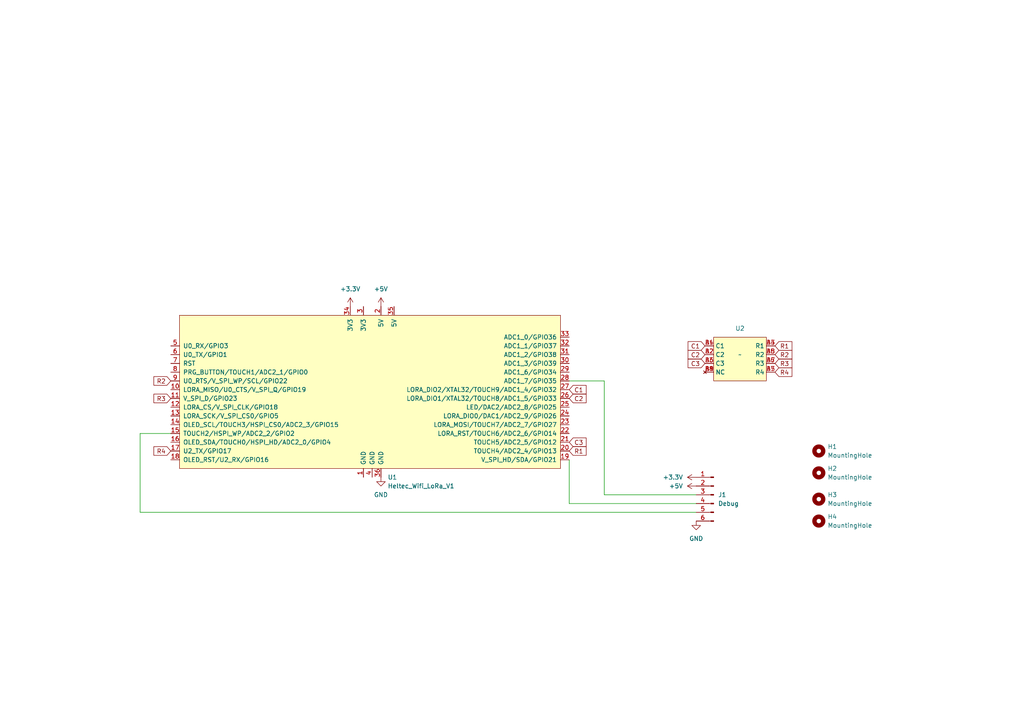
<source format=kicad_sch>
(kicad_sch (version 20230121) (generator eeschema)
  (paper "A4")
  (title_block (title "Lora Keypad") (date "2023-08-30") (rev "v1"))
  (lib_symbols
    (symbol "Connector:Conn_01x06_Pin" (pin_names (offset 1.016) hide)
      (property "Reference" "J" (at 0 7.62 0))
      (property "Value" "Conn_01x06_Pin" (at 0 -10.16 0))
      (symbol "Conn_01x06_Pin_1_1"
        (polyline (pts (xy 1.27 -7.62) (xy 0.8636 -7.62)) (stroke (width 0.1524)))
        (polyline (pts (xy 1.27 -5.08) (xy 0.8636 -5.08)) (stroke (width 0.1524)))
        (polyline (pts (xy 1.27 -2.54) (xy 0.8636 -2.54)) (stroke (width 0.1524)))
        (polyline (pts (xy 1.27 0) (xy 0.8636 0)) (stroke (width 0.1524)))
        (polyline (pts (xy 1.27 2.54) (xy 0.8636 2.54)) (stroke (width 0.1524)))
        (polyline (pts (xy 1.27 5.08) (xy 0.8636 5.08)) (stroke (width 0.1524)))
        (rectangle (start 0.8636 -7.493) (end 0 -7.747) (stroke (width 0.1524)) (fill (type outline)))
        (rectangle (start 0.8636 -4.953) (end 0 -5.207) (stroke (width 0.1524)) (fill (type outline)))
        (rectangle (start 0.8636 -2.413) (end 0 -2.667) (stroke (width 0.1524)) (fill (type outline)))
        (rectangle (start 0.8636 0.127) (end 0 -0.127) (stroke (width 0.1524)) (fill (type outline)))
        (rectangle (start 0.8636 2.667) (end 0 2.413) (stroke (width 0.1524)) (fill (type outline)))
        (rectangle (start 0.8636 5.207) (end 0 4.953) (stroke (width 0.1524)) (fill (type outline)))
        (pin passive line (at 5.08 5.08 180) (length 3.81) (name "Pin_1") (number "1"))
        (pin passive line (at 5.08 2.54 180) (length 3.81) (name "Pin_2") (number "2"))
        (pin passive line (at 5.08 0 180) (length 3.81) (name "Pin_3") (number "3"))
        (pin passive line (at 5.08 -2.54 180) (length 3.81) (name "Pin_4") (number "4"))
        (pin passive line (at 5.08 -5.08 180) (length 3.81) (name "Pin_5") (number "5"))
        (pin passive line (at 5.08 -7.62 180) (length 3.81) (name "Pin_6") (number "6"))
      )
    )
    (symbol "Mechanical:MountingHole" (pin_names (offset 1.016))
      (property "Reference" "H" (at 0 5.08 0))
      (property "Value" "MountingHole" (at 0 3.175 0))
      (symbol "MountingHole_0_1"
        (circle (center 0 0) (radius 1.27) (stroke (width 1.27)))
      )
    )
    (symbol "heltec_wifi_lora_v1:Heltec_Wifi_LoRa_V1" (pin_names (offset 1.016))
      (property "Reference" "U" (at 0 21.59 0))
      (property "Value" "Heltec_Wifi_LoRa_V1" (at 1.27 19.05 0))
      (symbol "Heltec_Wifi_LoRa_V1_0_1"
        (rectangle (start -55.88 5.08) (end 54.61 -39.37) (fill (type background)))
      )
      (symbol "Heltec_Wifi_LoRa_V1_1_1"
        (pin power_in line (at -2.54 -41.91 90) (length 2.54) (name "GND") (number "1"))
        (pin bidirectional line (at -58.42 -16.51 0) (length 2.54) (name "LORA_MISO/U0_CTS/V_SPI_Q/GPIO19") (number "10"))
        (pin bidirectional line (at -58.42 -19.05 0) (length 2.54) (name "V_SPI_D/GPIO23") (number "11"))
        (pin bidirectional line (at -58.42 -21.59 0) (length 2.54) (name "LORA_CS/V_SPI_CLK/GPIO18") (number "12"))
        (pin bidirectional line (at -58.42 -24.13 0) (length 2.54) (name "LORA_SCK/V_SPI_CS0/GPIO5") (number "13"))
        (pin bidirectional line (at -58.42 -26.67 0) (length 2.54) (name "OLED_SCL/TOUCH3/HSPI_CS0/ADC2_3/GPIO15") (number "14"))
        (pin bidirectional line (at -58.42 -29.21 0) (length 2.54) (name "TOUCH2/HSPI_WP/ADC2_2/GPIO2") (number "15"))
        (pin bidirectional line (at -58.42 -31.75 0) (length 2.54) (name "OLED_SDA/TOUCH0/HSPI_HD/ADC2_0/GPIO4") (number "16"))
        (pin bidirectional line (at -58.42 -34.29 0) (length 2.54) (name "U2_TX/GPIO17") (number "17"))
        (pin bidirectional line (at -58.42 -36.83 0) (length 2.54) (name "OLED_RST/U2_RX/GPIO16") (number "18"))
        (pin bidirectional line (at 57.15 -36.83 180) (length 2.54) (name "V_SPI_HD/SDA/GPIO21") (number "19"))
        (pin power_in line (at 2.54 7.62 270) (length 2.54) (name "5V") (number "2"))
        (pin bidirectional line (at 57.15 -34.29 180) (length 2.54) (name "TOUCH4/ADC2_4/GPIO13") (number "20"))
        (pin bidirectional line (at 57.15 -31.75 180) (length 2.54) (name "TOUCH5/ADC2_5/GPIO12") (number "21"))
        (pin bidirectional line (at 57.15 -29.21 180) (length 2.54) (name "LORA_RST/TOUCH6/ADC2_6/GPIO14") (number "22"))
        (pin bidirectional line (at 57.15 -26.67 180) (length 2.54) (name "LORA_MOSI/TOUCH7/ADC2_7/GPIO27") (number "23"))
        (pin bidirectional line (at 57.15 -24.13 180) (length 2.54) (name "LORA_DIO0/DAC1/ADC2_9/GPIO26") (number "24"))
        (pin bidirectional line (at 57.15 -21.59 180) (length 2.54) (name "LED/DAC2/ADC2_8/GPIO25") (number "25"))
        (pin bidirectional line (at 57.15 -19.05 180) (length 2.54) (name "LORA_DIO1/XTAL32/TOUCH8/ADC1_5/GPIO33") (number "26"))
        (pin bidirectional line (at 57.15 -16.51 180) (length 2.54) (name "LORA_DIO2/XTAL32/TOUCH9/ADC1_4/GPIO32") (number "27"))
        (pin bidirectional line (at 57.15 -13.97 180) (length 2.54) (name "ADC1_7/GPIO35") (number "28"))
        (pin bidirectional line (at 57.15 -11.43 180) (length 2.54) (name "ADC1_6/GPIO34") (number "29"))
        (pin power_in line (at -2.54 7.62 270) (length 2.54) (name "3V3") (number "3"))
        (pin bidirectional line (at 57.15 -8.89 180) (length 2.54) (name "ADC1_3/GPIO39") (number "30"))
        (pin bidirectional line (at 57.15 -6.35 180) (length 2.54) (name "ADC1_2/GPIO38") (number "31"))
        (pin bidirectional line (at 57.15 -3.81 180) (length 2.54) (name "ADC1_1/GPIO37") (number "32"))
        (pin bidirectional line (at 57.15 -1.27 180) (length 2.54) (name "ADC1_0/GPIO36") (number "33"))
        (pin power_in line (at -6.35 7.62 270) (length 2.54) (name "3V3") (number "34"))
        (pin power_in line (at 6.35 7.62 270) (length 2.54) (name "5V") (number "35"))
        (pin power_in line (at 2.54 -41.91 90) (length 2.54) (name "GND") (number "36"))
        (pin power_in line (at 0 -41.91 90) (length 2.54) (name "GND") (number "4"))
        (pin bidirectional line (at -58.42 -3.81 0) (length 2.54) (name "U0_RX/GPIO3") (number "5"))
        (pin bidirectional line (at -58.42 -6.35 0) (length 2.54) (name "U0_TX/GPIO1") (number "6"))
        (pin input line (at -58.42 -8.89 0) (length 2.54) (name "RST") (number "7"))
        (pin bidirectional line (at -58.42 -11.43 0) (length 2.54) (name "PRG_BUTTON/TOUCH1/ADC2_1/GPIO0") (number "8"))
        (pin bidirectional line (at -58.42 -13.97 0) (length 2.54) (name "U0_RTS/V_SPI_WP/SCL/GPIO22") (number "9"))
      )
    )
    (symbol "keypad:3x4_keypad"
      (property "Reference" "U" (at 0 0 0))
      (symbol "3x4_keypad_1_1"
        (rectangle (start -7.62 5.08) (end 7.62 -7.62) (fill (type background)))
        (pin input line (at -10.16 2.54 0) (length 2.54) (name "C1") (number "A1"))
        (pin input line (at -10.16 0 0) (length 2.54) (name "C2") (number "A2"))
        (pin input line (at -10.16 -2.54 0) (length 2.54) (name "C3") (number "A3"))
        (pin input line (at 10.16 2.54 180) (length 2.54) (name "R1") (number "A4"))
        (pin input line (at 10.16 0 180) (length 2.54) (name "R2") (number "A5"))
        (pin input line (at 10.16 -2.54 180) (length 2.54) (name "R3") (number "A6"))
        (pin input line (at 10.16 -5.08 180) (length 2.54) (name "R4") (number "A7"))
        (pin no_connect line (at -10.16 -5.08 0) (length 2.54) (name "NC") (number "A8"))
        (pin no_connect line (at -10.16 -5.08 0) (length 2.54) (name "NC") (number "B1"))
        (pin input line (at -10.16 0 0) (length 2.54) (name "C2") (number "B2"))
        (pin input line (at 10.16 2.54 180) (length 2.54) (name "R1") (number "B3"))
        (pin input line (at -10.16 2.54 0) (length 2.54) (name "C1") (number "B4"))
        (pin input line (at 10.16 -5.08 180) (length 2.54) (name "R4") (number "B5"))
        (pin input line (at -10.16 -2.54 0) (length 2.54) (name "C3") (number "B6"))
        (pin input line (at 10.16 -2.54 180) (length 2.54) (name "R3") (number "B7"))
        (pin input line (at 10.16 0 180) (length 2.54) (name "R2") (number "B8"))
        (pin no_connect line (at -10.16 -5.08 0) (length 2.54) (name "NC") (number "B9"))
      )
    )
    (symbol "power:+3.3V" (power) (pin_names (offset 0))
      (property "Value" "+3.3V" (at 0 3.556 0))
      (symbol "+3.3V_0_1"
        (polyline (pts (xy -0.762 1.27) (xy 0 2.54)))
        (polyline (pts (xy 0 0) (xy 0 2.54)))
        (polyline (pts (xy 0 2.54) (xy 0.762 1.27)))
      )
      (symbol "+3.3V_1_1"
        (pin power_in line (at 0 0 90) (length 0) hide (name "+3.3V") (number "1"))
      )
    )
    (symbol "power:+5V" (power) (pin_names (offset 0))
      (property "Value" "+5V" (at 0 3.556 0))
      (symbol "+5V_0_1"
        (polyline (pts (xy -0.762 1.27) (xy 0 2.54)))
        (polyline (pts (xy 0 0) (xy 0 2.54)))
        (polyline (pts (xy 0 2.54) (xy 0.762 1.27)))
      )
      (symbol "+5V_1_1"
        (pin power_in line (at 0 0 90) (length 0) hide (name "+5V") (number "1"))
      )
    )
    (symbol "power:GND" (power) (pin_names (offset 0))
      (property "Value" "GND" (at 0 -3.81 0))
      (symbol "GND_0_1"
        (polyline (pts (xy 0 0) (xy 0 -1.27) (xy 1.27 -1.27) (xy 0 -2.54) (xy -1.27 -1.27) (xy 0 -1.27)))
      )
      (symbol "GND_1_1"
        (pin power_in line (at 0 0 270) (length 0) hide (name "GND") (number "1"))
      )
    )
  )
  (wire (pts (xy 165.1 110.49) (xy 175.26 110.49)))
  (wire (pts (xy 40.64 148.59) (xy 201.93 148.59)))
  (wire (pts (xy 165.1 146.05) (xy 165.1 133.35)))
  (wire (pts (xy 175.26 143.51) (xy 201.93 143.51)))
  (wire (pts (xy 201.93 146.05) (xy 165.1 146.05)))
  (wire (pts (xy 49.53 125.73) (xy 40.64 125.73)))
  (wire (pts (xy 175.26 110.49) (xy 175.26 143.51)))
  (wire (pts (xy 40.64 125.73) (xy 40.64 148.59)))
  (global_label "R3" (shape input) (at 49.53 115.57 180) (property "Intersheetrefs" "${INTERSHEET_REFS}" (effects hide)))
  (global_label "C1" (shape input) (at 165.1 113.03 0) (property "Intersheetrefs" "${INTERSHEET_REFS}" (effects hide)))
  (global_label "R3" (shape input) (at 224.79 105.41 0) (property "Intersheetrefs" "${INTERSHEET_REFS}" (effects hide)))
  (global_label "C3" (shape input) (at 204.47 105.41 180) (property "Intersheetrefs" "${INTERSHEET_REFS}" (effects hide)))
  (global_label "R4" (shape input) (at 49.53 130.81 180) (property "Intersheetrefs" "${INTERSHEET_REFS}" (effects hide)))
  (global_label "R1" (shape input) (at 165.1 130.81 0) (property "Intersheetrefs" "${INTERSHEET_REFS}" (effects hide)))
  (global_label "R2" (shape input) (at 49.53 110.49 180) (property "Intersheetrefs" "${INTERSHEET_REFS}" (effects hide)))
  (global_label "R4" (shape input) (at 224.79 107.95 0) (property "Intersheetrefs" "${INTERSHEET_REFS}" (effects hide)))
  (global_label "R1" (shape input) (at 224.79 100.33 0) (property "Intersheetrefs" "${INTERSHEET_REFS}" (effects hide)))
  (global_label "C2" (shape input) (at 165.1 115.57 0) (property "Intersheetrefs" "${INTERSHEET_REFS}" (effects hide)))
  (global_label "C2" (shape input) (at 204.47 102.87 180) (property "Intersheetrefs" "${INTERSHEET_REFS}" (effects hide)))
  (global_label "C3" (shape input) (at 165.1 128.27 0) (property "Intersheetrefs" "${INTERSHEET_REFS}" (effects hide)))
  (global_label "C1" (shape input) (at 204.47 100.33 180) (property "Intersheetrefs" "${INTERSHEET_REFS}" (effects hide)))
  (global_label "R2" (shape input) (at 224.79 102.87 0) (property "Intersheetrefs" "${INTERSHEET_REFS}" (effects hide)))
  (symbol (lib_id "power:+3.3V") (at 101.6 88.9 0) (unit 1)
    (property "Reference" "#PWR04" (effects hide))
    (property "Value" "+3.3V" (at 101.6 83.82 0))
  )
  (symbol (lib_id "Mechanical:MountingHole") (at 237.49 130.81 0) (unit 1)
    (property "Reference" "H1" (at 240.03 129.54 0) (effects (justify left)))
    (property "Value" "MountingHole" (at 240.03 132.08 0) (effects (justify left)))
    (property "Footprint" "MountingHole:MountingHole_3.2mm_M3" (effects hide))
  )
  (symbol (lib_id "power:GND") (at 201.93 151.13 0) (unit 1)
    (property "Reference" "#PWR02" (effects hide))
    (property "Value" "GND" (at 201.93 156.21 0))
  )
  (symbol (lib_id "keypad:3x4_keypad") (at 214.63 102.87 0) (unit 1)
    (property "Reference" "U2" (at 214.63 95.25 0))
    (property "Value" "~" (at 214.63 102.87 0))
    (property "Footprint" "keypad:3x4_keypad" (effects hide))
    (property "Adafruit PN" "1824" (effects hide))
  )
  (symbol (lib_id "Mechanical:MountingHole") (at 237.49 151.13 0) (unit 1)
    (property "Reference" "H4" (at 240.03 149.86 0) (effects (justify left)))
    (property "Value" "MountingHole" (at 240.03 152.4 0) (effects (justify left)))
    (property "Footprint" "MountingHole:MountingHole_3.2mm_M3" (effects hide))
  )
  (symbol (lib_id "heltec_wifi_lora_v1:Heltec_Wifi_LoRa_V1") (at 107.95 96.52 0) (unit 1)
    (property "Reference" "U1" (at 112.4459 138.43 0) (effects (justify left)))
    (property "Value" "Heltec_Wifi_LoRa_V1" (at 112.4459 140.97 0) (effects (justify left)))
    (property "Footprint" "Heltec_wifi_LoRa_v2:Heltec_WiFi_LoRa_V2" (effects hide))
  )
  (symbol (lib_id "power:+5V") (at 110.49 88.9 0) (unit 1)
    (property "Reference" "#PWR03" (effects hide))
    (property "Value" "+5V" (at 110.49 83.82 0))
  )
  (symbol (lib_id "power:GND") (at 110.49 138.43 0) (unit 1)
    (property "Reference" "#PWR01" (effects hide))
    (property "Value" "GND" (at 110.49 143.51 0))
  )
  (symbol (lib_id "power:+3.3V") (at 201.93 138.43 90) (unit 1)
    (property "Reference" "#PWR05" (effects hide))
    (property "Value" "+3.3V" (at 198.12 138.43 90) (effects (justify left)))
  )
  (symbol (lib_id "Mechanical:MountingHole") (at 237.49 144.78 0) (unit 1)
    (property "Reference" "H3" (at 240.03 143.51 0) (effects (justify left)))
    (property "Value" "MountingHole" (at 240.03 146.05 0) (effects (justify left)))
    (property "Footprint" "MountingHole:MountingHole_3.2mm_M3" (effects hide))
  )
  (symbol (lib_id "Mechanical:MountingHole") (at 237.49 137.16 0) (unit 1)
    (property "Reference" "H2" (at 240.03 135.89 0) (effects (justify left)))
    (property "Value" "MountingHole" (at 240.03 138.43 0) (effects (justify left)))
    (property "Footprint" "MountingHole:MountingHole_3.2mm_M3" (effects hide))
  )
  (symbol (lib_id "Connector:Conn_01x06_Pin") (at 207.01 143.51 0) (mirror y) (unit 1)
    (property "Reference" "J1" (at 208.28 143.51 0) (effects (justify right)))
    (property "Value" "Debug" (at 208.28 146.05 0) (effects (justify right)))
    (property "Footprint" "Connector_PinHeader_2.54mm:PinHeader_1x06_P2.54mm_Vertical" (effects hide))
  )
  (symbol (lib_id "power:+5V") (at 201.93 140.97 90) (unit 1)
    (property "Reference" "#PWR06" (effects hide))
    (property "Value" "+5V" (at 198.12 140.97 90) (effects (justify left)))
  )
)
</source>
